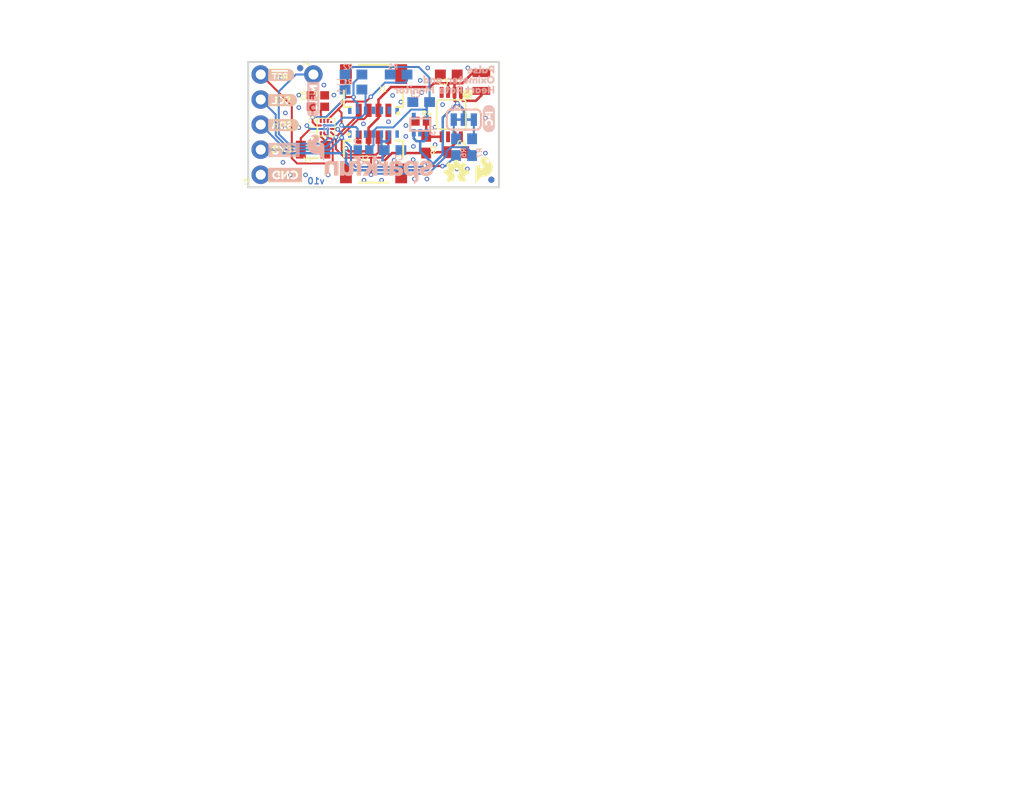
<source format=kicad_pcb>
(kicad_pcb (version 20211014) (generator pcbnew)
  (layers (0 "F.Cu" signal) (31 "B.Cu" signal) (34 "B.Paste" user) (35 "F.Paste" user) (36 "B.SilkS" user "B.Silkscreen") (37 "F.SilkS" user "F.Silkscreen") (38 "B.Mask" user) (39 "F.Mask" user) (44 "Edge.Cuts" user))
  (net 0 "")
  (net 1 "GND")
  (net 2 "N$2")
  (net 3 "5V")
  (net 4 "N$3")
  (net 5 "3.3V")
  (net 6 "1.8V")
  (net 7 "SNSR_SDA")
  (net 8 "SNSR_SCL")
  (net 9 "~{HR_INT}")
  (net 10 "N$6")
  (net 11 "N$7")
  (net 12 "HOST_SDA")
  (net 13 "HOST_SCL")
  (net 14 "~{RST}")
  (net 15 "~{MFIO}")
  (net 16 "N$1")
  (net 17 "N$4")
  (net 18 "N$5")
  (footprint "boardEagle:0603" (layer "F.Cu") (at 153.8351 107.0356 -90)
    (fp_text reference "R3" (at 0 -0.762 90) (layer "F.SilkS") (effects (font (size 0.512064 0.512064) (thickness 0.097536)) (justify right)))
    (fp_text value "750K")
    (pad "1" smd rect (at -0.85 0 270) (size 1.1 1) (layers "F.Cu" "F.Paste" "F.Mask") (net 2 "N$2"))
    (pad "2" smd rect (at 0.85 0 270) (size 1.1 1) (layers "F.Cu" "F.Paste" "F.Mask") (net 3 "5V"))
  )
  (footprint "boardEagle:GND-03" (layer "F.Cu") (at 137.396218 110.126782)
    (fp_text reference "U$5" hide)
    (fp_text value "" hide)
  )
  (footprint "boardEagle:0603" (layer "F.Cu") (at 156.1211 99.9236 180)
    (fp_text reference "C3" (at 0 -0.762) (layer "F.SilkS") (effects (font (size 0.512064 0.512064) (thickness 0.097536)) (justify right)))
    (fp_text value "10uF")
    (pad "1" smd rect (at -0.85 0 180) (size 1.1 1) (layers "F.Cu" "F.Paste" "F.Mask") (net 5 "3.3V"))
    (pad "2" smd rect (at 0.85 0 180) (size 1.1 1) (layers "F.Cu" "F.Paste" "F.Mask") (net 1 "GND"))
  )
  (footprint "boardEagle:16_PIN_WLP" (layer "F.Cu") (at 143.6751 105.2576 90)
    (fp_text reference "U2" (at -0.792 -1.218 90) (layer "F.SilkS") (effects (font (size 0.9264 0.9264) (thickness 0.0736)) (justify left)))
    (fp_text value "MAX32664GWEA")
    (pad "1" smd roundrect (at -0.532 -0.518 90) (size 0.22 0.22) (layers "F.Cu" "F.Paste") (roundrect_rratio 0.5) (net 10 "N$6"))
    (pad "2" smd roundrect (at -0.182 -0.518 90) (size 0.22 0.22) (layers "F.Cu" "F.Paste") (roundrect_rratio 0.5) (net 11 "N$7"))
    (pad "3" smd roundrect (at 0.168 -0.518 90) (size 0.22 0.22) (layers "F.Cu" "F.Paste") (roundrect_rratio 0.5) (net 6 "1.8V"))
    (pad "4" smd roundrect (at 0.518 -0.518 90) (size 0.22 0.22) (layers "F.Cu" "F.Paste") (roundrect_rratio 0.5) (net 16 "N$1"))
    (pad "5" smd roundrect (at 0.518 -0.168 90) (size 0.22 0.22) (layers "F.Cu" "F.Paste") (roundrect_rratio 0.5) (net 8 "SNSR_SCL"))
    (pad "6" smd roundrect (at 0.518 0.182 90) (size 0.22 0.22) (layers "F.Cu" "F.Paste") (roundrect_rratio 0.5) (net 9 "~{HR_INT}"))
    (pad "7" smd roundrect (at 0.518 0.532 90) (size 0.22 0.22) (layers "F.Cu" "F.Paste") (roundrect_rratio 0.5))
    (pad "8" smd roundrect (at 0.168 0.532 90) (size 0.22 0.22) (layers "F.Cu" "F.Paste") (roundrect_rratio 0.5))
    (pad "9" smd roundrect (at -0.182 0.532 90) (size 0.22 0.22) (layers "F.Cu" "F.Paste") (roundrect_rratio 0.5) (net 12 "HOST_SDA"))
    (pad "10" smd roundrect (at -0.532 0.532 90) (size 0.22 0.22) (layers "F.Cu" "F.Paste") (roundrect_rratio 0.5) (net 13 "HOST_SCL"))
    (pad "11" smd roundrect (at -0.532 0.182 90) (size 0.22 0.22) (layers "F.Cu" "F.Paste") (roundrect_rratio 0.5))
    (pad "12" smd roundrect (at -0.532 -0.168 90) (size 0.22 0.22) (layers "F.Cu" "F.Paste") (roundrect_rratio 0.5) (net 14 "~{RST}"))
    (pad "13" smd roundrect (at -0.182 -0.168 90) (size 0.22 0.22) (layers "F.Cu" "F.Paste") (roundrect_rratio 0.5) (net 1 "GND"))
    (pad "14" smd roundrect (at 0.168 -0.168 90) (size 0.22 0.22) (layers "F.Cu" "F.Paste") (roundrect_rratio 0.5) (net 7 "SNSR_SDA"))
    (pad "15" smd roundrect (at 0.168 0.182 90) (size 0.22 0.22) (layers "F.Cu" "F.Paste") (roundrect_rratio 0.5))
    (pad "16" smd roundrect (at -0.182 0.182 90) (size 0.22 0.22) (layers "F.Cu" "F.Paste") (roundrect_rratio 0.5) (net 15 "~{MFIO}"))
  )
  (footprint "boardEagle:CREATIVE_COMMONS" (layer "F.Cu") (at 131.4831 121.5136)
    (fp_text reference "FRAME1" hide)
    (fp_text value "FRAME-LETTER" hide)
  )
  (footprint "boardEagle:3V3-TEXT" (layer "F.Cu") (at 137.411459 107.513119)
    (fp_text reference "U$13" hide)
    (fp_text value "" hide)
  )
  (footprint "boardEagle:1X05_NO_SILK" (layer "F.Cu") (at 137.0711 110.0836 90)
    (fp_text reference "J3" (at -1.27 -1.397 90) (layer "F.SilkS") (effects (font (size 0.512064 0.512064) (thickness 0.097536)) (justify left)))
    (fp_text value "")
    (pad "1" thru_hole circle (at 0 0 180) (size 1.8796 1.8796) (drill 1.016) (layers *.Cu *.Mask) (net 1 "GND"))
    (pad "2" thru_hole circle (at 2.54 0 180) (size 1.8796 1.8796) (drill 1.016) (layers *.Cu *.Mask) (net 5 "3.3V"))
    (pad "3" thru_hole circle (at 5.08 0 180) (size 1.8796 1.8796) (drill 1.016) (layers *.Cu *.Mask) (net 12 "HOST_SDA"))
    (pad "4" thru_hole circle (at 7.62 0 180) (size 1.8796 1.8796) (drill 1.016) (layers *.Cu *.Mask) (net 13 "HOST_SCL"))
    (pad "5" thru_hole circle (at 10.16 0 180) (size 1.8796 1.8796) (drill 1.016) (layers *.Cu *.Mask) (net 14 "~{RST}"))
  )
  (footprint "boardEagle:OSHW-LOGO-MINI" (layer "F.Cu") (at 156.8831 109.8296)
    (fp_text reference "LOGO2" hide)
    (fp_text value "OSHW-LOGOMINI" hide)
  )
  (footprint "boardEagle:1X01_NO_SILK" (layer "F.Cu") (at 142.4051 99.9236)
    (fp_text reference "J4" (at -1.27 -1.143) (layer "F.SilkS") (effects (font (size 0.512064 0.512064) (thickness 0.097536)) (justify left)))
    (fp_text value "")
    (pad "1" thru_hole circle (at 0 0 90) (size 1.8796 1.8796) (drill 1.016) (layers *.Cu *.Mask) (net 15 "~{MFIO}"))
  )
  (footprint "boardEagle:JST04_1MM_RA" (layer "F.Cu") (at 148.5011 103.5558 180)
    (fp_text reference "J1" (at -1.397 2.159) (layer "F.SilkS") (effects (font (size 0.512064 0.512064) (thickness 0.097536)) (justify right)))
    (fp_text value "")
    (pad "1" smd rect (at -1.5 0 180) (size 0.6 1.35) (layers "F.Cu" "F.Paste" "F.Mask") (net 1 "GND"))
    (pad "2" smd rect (at -0.5 0 180) (size 0.6 1.35) (layers "F.Cu" "F.Paste" "F.Mask") (net 5 "3.3V"))
    (pad "3" smd rect (at 0.5 0 180) (size 0.6 1.35) (layers "F.Cu" "F.Paste" "F.Mask") (net 12 "HOST_SDA"))
    (pad "4" smd rect (at 1.5 0 180) (size 0.6 1.35) (layers "F.Cu" "F.Paste" "F.Mask") (net 13 "HOST_SCL"))
    (pad "NC1" smd rect (at 2.8 3.675 180) (size 1.2 2) (layers "F.Cu" "F.Paste" "F.Mask"))
    (pad "NC2" smd rect (at -2.8 3.675 180) (size 1.2 2) (layers "F.Cu" "F.Paste" "F.Mask"))
  )
  (footprint "boardEagle:ORDERING_INSTRUCTIONS" (layer "F.Cu") (at 110.9091 122.7836)
    (fp_text reference "LOGO4" hide)
    (fp_text value "SPECIAL_INSTRUCTIONS-ORDERING" hide)
  )
  (footprint "boardEagle:0402" (layer "F.Cu") (at 143.5481 102.616 90)
    (fp_text reference "C7" (at 0 -0.762 90) (layer "F.SilkS") (effects (font (size 0.512064 0.512064) (thickness 0.097536)) (justify left)))
    (fp_text value "1.0uF")
    (pad "1" smd rect (at -0.58 0 90) (size 0.85 0.9) (layers "F.Cu" "F.Paste" "F.Mask") (net 16 "N$1"))
    (pad "2" smd rect (at 0.58 0 90) (size 0.85 0.9) (layers "F.Cu" "F.Paste" "F.Mask") (net 1 "GND"))
  )
  (footprint "boardEagle:CRYSTAL-SMD-3.2X1.5MM" (layer "F.Cu") (at 142.3797 107.5436 180)
    (fp_text reference "Y1" (at 0 -1.043) (layer "F.SilkS") (effects (font (size 0.512064 0.512064) (thickness 0.097536)) (justify right)))
    (fp_text value "32.768kHz")
    (pad "P$1" smd rect (at -1.25 0 180) (size 1 1.8) (layers "F.Cu" "F.Paste" "F.Mask") (net 10 "N$6"))
    (pad "P$2" smd rect (at 1.25 0 180) (size 1 1.8) (layers "F.Cu" "F.Paste" "F.Mask") (net 11 "N$7"))
  )
  (footprint "boardEagle:FIDUCIAL-MICRO" (layer "F.Cu") (at 141.066521 99.270822)
    (fp_text reference "FD2" hide)
    (fp_text value "FIDUCIALUFIDUCIAL" hide)
    (pad "1" smd roundrect (at 0 0) (size 0.635 0.635) (layers "F.Cu" "F.Mask") (roundrect_rratio 0.5))
  )
  (footprint "boardEagle:SDA0" (layer "F.Cu") (at 137.485118 105.059482)
    (fp_text reference "U$20" hide)
    (fp_text value "" hide)
  )
  (footprint "boardEagle:0402" (layer "F.Cu") (at 142.181578 102.610919 90)
    (fp_text reference "C6" (at 0 -0.762 90) (layer "F.SilkS") (effects (font (size 0.512064 0.512064) (thickness 0.097536)) (justify left)))
    (fp_text value "1.0uF")
    (pad "1" smd rect (at -0.58 0 90) (size 0.85 0.9) (layers "F.Cu" "F.Paste" "F.Mask") (net 6 "1.8V"))
    (pad "2" smd rect (at 0.58 0 90) (size 0.85 0.9) (layers "F.Cu" "F.Paste" "F.Mask") (net 1 "GND"))
  )
  (footprint "boardEagle:JST04_1MM_RA" (layer "F.Cu") (at 148.5011 106.2736)
    (fp_text reference "J2" (at -1.397 2.159) (layer "F.SilkS") (effects (font (size 0.512064 0.512064) (thickness 0.097536)) (justify left)))
    (fp_text value "")
    (pad "1" smd rect (at -1.5 0) (size 0.6 1.35) (layers "F.Cu" "F.Paste" "F.Mask") (net 1 "GND"))
    (pad "2" smd rect (at -0.5 0) (size 0.6 1.35) (layers "F.Cu" "F.Paste" "F.Mask") (net 5 "3.3V"))
    (pad "3" smd rect (at 0.5 0) (size 0.6 1.35) (layers "F.Cu" "F.Paste" "F.Mask") (net 12 "HOST_SDA"))
    (pad "4" smd rect (at 1.5 0) (size 0.6 1.35) (layers "F.Cu" "F.Paste" "F.Mask") (net 13 "HOST_SCL"))
    (pad "NC1" smd rect (at 2.8 3.675) (size 1.2 2) (layers "F.Cu" "F.Paste" "F.Mask"))
    (pad "NC2" smd rect (at -2.8 3.675) (size 1.2 2) (layers "F.Cu" "F.Paste" "F.Mask"))
  )
  (footprint "boardEagle:#RST0" (layer "F.Cu") (at 137.358118 99.94646)
    (fp_text reference "U$6" hide)
    (fp_text value "" hide)
  )
  (footprint "boardEagle:MSOP8" (layer "F.Cu") (at 156.3751 103.9876 180)
    (fp_text reference "U$2" (at -2.54 1.27 90) (layer "F.SilkS") (effects (font (size 0.376489 0.376489) (thickness 0.029911)) (justify right)))
    (fp_text value "PAM2401")
    (pad "1" smd rect (at -0.975 2.25 180) (size 0.4 1.1) (layers "F.Cu" "F.Paste" "F.Mask") (net 4 "N$3"))
    (pad "2" smd rect (at -0.325 2.25 180) (size 0.4 1.1) (layers "F.Cu" "F.Paste" "F.Mask") (net 5 "3.3V"))
    (pad "3" smd rect (at 0.325 2.25 180) (size 0.4 1.1) (layers "F.Cu" "F.Paste" "F.Mask") (net 5 "3.3V"))
    (pad "4" smd rect (at 0.975 2.25 180) (size 0.4 1.1) (layers "F.Cu" "F.Paste" "F.Mask") (net 1 "GND"))
    (pad "5" smd rect (at 0.975 -2.25 180) (size 0.4 1.1) (layers "F.Cu" "F.Paste" "F.Mask") (net 2 "N$2"))
    (pad "6" smd rect (at 0.325 -2.25 180) (size 0.4 1.1) (layers "F.Cu" "F.Paste" "F.Mask"))
    (pad "7" smd rect (at -0.325 -2.25 180) (size 0.4 1.1) (layers "F.Cu" "F.Paste" "F.Mask") (net 3 "5V"))
    (pad "8" smd rect (at -0.975 -2.25 180) (size 0.4 1.1) (layers "F.Cu" "F.Paste" "F.Mask") (net 1 "GND"))
  )
  (footprint "boardEagle:0402" (layer "F.Cu") (at 153.332181 104.663241)
    (fp_text reference "R4" (at 0 -0.762) (layer "F.SilkS") (effects (font (size 0.512064 0.512064) (thickness 0.097536)) (justify left)))
    (fp_text value "100K")
    (pad "1" smd rect (at -0.58 0) (size 0.85 0.9) (layers "F.Cu" "F.Paste" "F.Mask") (net 1 "GND"))
    (pad "2" smd rect (at 0.58 0) (size 0.85 0.9) (layers "F.Cu" "F.Paste" "F.Mask") (net 2 "N$2"))
  )
  (footprint "boardEagle:FIDUCIAL-MICRO" (layer "F.Cu") (at 160.4391 110.5916)
    (fp_text reference "FD4" hide)
    (fp_text value "FIDUCIALUFIDUCIAL" hide)
    (pad "1" smd roundrect (at 0 0) (size 0.635 0.635) (layers "F.Cu" "F.Mask") (roundrect_rratio 0.5))
  )
  (footprint "boardEagle:0805" (layer "F.Cu") (at 156.8831 107.7976)
    (fp_text reference "C4" (at 0 -0.889) (layer "F.SilkS") (effects (font (size 0.512064 0.512064) (thickness 0.097536)) (justify left)))
    (fp_text value "22uF")
    (pad "1" smd rect (at -0.9 0) (size 0.8 1.2) (layers "F.Cu" "F.Paste" "F.Mask") (net 3 "5V"))
    (pad "2" smd rect (at 0.9 0) (size 0.8 1.2) (layers "F.Cu" "F.Paste" "F.Mask") (net 1 "GND"))
  )
  (footprint "boardEagle:SFE_LOGO_FLAME_.1" (layer "F.Cu") (at 159.6771 109.5756)
    (fp_text reference "LOGO1" hide)
    (fp_text value "SFE_LOGO_FLAME.1_INCH" hide)
  )
  (footprint "boardEagle:0806" (layer "F.Cu") (at 159.4231 100.6856 -90)
    (fp_text reference "L1" (at -1.27 -1.27 90) (layer "F.SilkS") (effects (font (size 0.352958 0.352958) (thickness 0.028042)) (justify right)))
    (fp_text value "2.2μH")
    (pad "1" smd rect (at -0.9 0) (size 1.8 0.8) (layers "F.Cu" "F.Paste" "F.Mask") (net 5 "3.3V"))
    (pad "2" smd rect (at 0.9 0) (size 1.8 0.8) (layers "F.Cu" "F.Paste" "F.Mask") (net 4 "N$3"))
  )
  (footprint "boardEagle:SCL0" (layer "F.Cu") (at 137.48004 102.522019)
    (fp_text reference "U$4" hide)
    (fp_text value "" hide)
  )
  (footprint "boardEagle:0603" (layer "B.Cu") (at 146.4691 101.4476 180)
    (fp_text reference "R1" (at 0 0.762) (layer "B.SilkS") (effects (font (size 0.512064 0.512064) (thickness 0.097536)) (justify left mirror)))
    (fp_text value "4.7k")
    (pad "1" smd rect (at -0.85 0 180) (size 1.1 1) (layers "B.Cu" "B.Paste" "B.Mask") (net 7 "SNSR_SDA"))
    (pad "2" smd rect (at 0.85 0 180) (size 1.1 1) (layers "B.Cu" "B.Paste" "B.Mask") (net 6 "1.8V"))
  )
  (footprint "boardEagle:3V3-03" (layer "B.Cu") (at 141.472918 107.569 180)
    (fp_text reference "U$12" hide)
    (fp_text value "" hide)
  )
  (footprint "boardEagle:OXIMETER0" (layer "B.Cu") (at 161.4551 100.4316 180)
    (fp_text reference "U$14" hide)
    (fp_text value "" hide)
  )
  (footprint "boardEagle:PULSE0" (layer "B.Cu") (at 161.4551 99.4156 180)
    (fp_text reference "U$17" hide)
    (fp_text value "" hide)
  )
  (footprint "boardEagle:MONITOR0" (layer "B.Cu") (at 155.3591 101.4476 180)
    (fp_text reference "U$16" hide)
    (fp_text value "" hide)
  )
  (footprint "boardEagle:0603" (layer "B.Cu") (at 150.423881 107.59186)
    (fp_text reference "C1" (at 0 0.762) (layer "B.SilkS") (effects (font (size 0.512064 0.512064) (thickness 0.097536)) (justify right mirror)))
    (fp_text value "10uF")
    (pad "1" smd rect (at -0.85 0) (size 1.1 1) (layers "B.Cu" "B.Paste" "B.Mask") (net 3 "5V"))
    (pad "2" smd rect (at 0.85 0) (size 1.1 1) (layers "B.Cu" "B.Paste" "B.Mask") (net 1 "GND"))
  )
  (footprint "boardEagle:SDA0" (layer "B.Cu") (at 140.977618 105.0417 180)
    (fp_text reference "U$10" hide)
    (fp_text value "" hide)
  )
  (footprint "boardEagle:0603" (layer "B.Cu") (at 158.4833 107.2896 90)
    (fp_text reference "R7" (at 0 0.762 90) (layer "B.SilkS") (effects (font (size 0.512064 0.512064) (thickness 0.097536)) (justify left mirror)))
    (fp_text value "4.7k")
    (pad "1" smd rect (at -0.85 0 90) (size 1.1 1) (layers "B.Cu" "B.Paste" "B.Mask") (net 13 "HOST_SCL"))
    (pad "2" smd rect (at 0.85 0 90) (size 1.1 1) (layers "B.Cu" "B.Paste" "B.Mask") (net 18 "N$5"))
  )
  (footprint "boardEagle:HEART_RATE0" (layer "B.Cu") (at 161.4551 101.4476 180)
    (fp_text reference "U$15" hide)
    (fp_text value "" hide)
  )
  (footprint "boardEagle:#RST0" (layer "B.Cu") (at 140.622018 99.97186 180)
    (fp_text reference "U$8" hide)
    (fp_text value "" hide)
  )
  (footprint "boardEagle:14_PIN_OESIP" (layer "B.Cu") (at 148.5011 104.7496 -90)
    (fp_text reference "U1" (at -2.63754 3.20981 -270) (layer "B.SilkS") (effects (font (size 0.9264 0.9264) (thickness 0.0736)) (justify right mirror)))
    (fp_text value "MAX30101EFD")
    (pad "P1" smd rect (at -1.19254 2.408809 270) (size 0.75 0.35) (layers "B.Cu" "B.Paste" "B.Mask"))
    (pad "P2" smd rect (at -1.19254 1.608809 270) (size 0.75 0.35) (layers "B.Cu" "B.Paste" "B.Mask") (net 8 "SNSR_SCL"))
    (pad "P3" smd rect (at -1.19254 0.808809 270) (size 0.75 0.35) (layers "B.Cu" "B.Paste" "B.Mask") (net 7 "SNSR_SDA"))
    (pad "P4" smd rect (at -1.19254 0.008809 270) (size 0.75 0.35) (layers "B.Cu" "B.Paste" "B.Mask") (net 1 "GND"))
    (pad "P5" smd rect (at -1.19254 -0.79119 270) (size 0.75 0.35) (layers "B.Cu" "B.Paste" "B.Mask"))
    (pad "P6" smd rect (at -1.19254 -1.59119 270) (size 0.75 0.35) (layers "B.Cu" "B.Paste" "B.Mask"))
    (pad "P7" smd rect (at -1.19254 -2.39119 270) (size 0.75 0.35) (layers "B.Cu" "B.Paste" "B.Mask"))
    (pad "P8" smd rect (at 1.207459 -2.39119 270) (size 0.75 0.35) (layers "B.Cu" "B.Paste" "B.Mask"))
    (pad "P9" smd rect (at 1.207459 -1.59119 270) (size 0.75 0.35) (layers "B.Cu" "B.Paste" "B.Mask") (net 3 "5V"))
    (pad "P10" smd rect (at 1.207459 -0.79119 270) (size 0.75 0.35) (layers "B.Cu" "B.Paste" "B.Mask") (net 3 "5V"))
    (pad "P11" smd rect (at 1.207459 0.008809 270) (size 0.75 0.35) (layers "B.Cu" "B.Paste" "B.Mask") (net 6 "1.8V"))
    (pad "P12" smd rect (at 1.207459 0.808809 270) (size 0.75 0.35) (layers "B.Cu" "B.Paste" "B.Mask") (net 1 "GND"))
    (pad "P13" smd rect (at 1.207459 1.608809 270) (size 0.75 0.35) (layers "B.Cu" "B.Paste" "B.Mask") (net 9 "~{HR_INT}"))
    (pad "P14" smd rect (at 1.207459 2.408809 270) (size 0.75 0.35) (layers "B.Cu" "B.Paste" "B.Mask"))
  )
  (footprint "boardEagle:GND-03" (layer "B.Cu") (at 137.4267 110.101382)
    (fp_text reference "U$11" hide)
    (fp_text value "" hide)
  )
  (footprint "boardEagle:SFE_LOGO_FLAME_.1" (layer "B.Cu") (at 142.6591 107.2896 180)
    (fp_text reference "U$19" hide)
    (fp_text value "" hide)
  )
  (footprint "boardEagle:0402" (layer "B.Cu") (at 147.4851 107.5436 180)
    (fp_text reference "C2" (at 0 0.762) (layer "B.SilkS") (effects (font (size 0.512064 0.512064) (thickness 0.097536)) (justify left mirror)))
    (fp_text value "0.1uF")
    (pad "1" smd rect (at -0.58 0 180) (size 0.85 0.9) (layers "B.Cu" "B.Paste" "B.Mask") (net 6 "1.8V"))
    (pad "2" smd rect (at 0.58 0 180) (size 0.85 0.9) (layers "B.Cu" "B.Paste" "B.Mask") (net 1 "GND"))
  )
  (footprint "boardEagle:FIDUCIAL-MICRO" (layer "B.Cu") (at 160.4391 110.5916 180)
    (fp_text reference "FD3" hide)
    (fp_text value "FIDUCIALUFIDUCIAL" hide)
    (pad "1" smd roundrect (at 0 0 180) (size 0.635 0.635) (layers "B.Cu" "B.Mask") (roundrect_rratio 0.5))
  )
  (footprint "boardEagle:SC70" (layer "B.Cu") (at 153.2255 105.0036 180)
    (fp_text reference "U3" (at -1.27 0 270) (layer "B.SilkS") (effects (font (size 0.512064 0.512064) (thickness 0.097536)) (justify left mirror)))
    (fp_text value "1.8V/100mA")
    (pad "1" smd rect (at -0.65 -0.825 180) (size 0.4 0.75) (layers "B.Cu" "B.Mask") (net 5 "3.3V"))
    (pad "2" smd rect (at 0 -0.825 180) (size 0.4 0.75) (layers "B.Cu" "B.Mask") (net 1 "GND"))
    (pad "3" smd rect (at 0.65 -0.825 180) (size 0.4 0.75) (layers "B.Cu" "B.Mask") (net 5 "3.3V"))
    (pad "4" smd rect (at 0.65 0.825 180) (size 0.4 0.75) (layers "B.Cu" "B.Mask"))
    (pad "5" smd rect (at -0.65 0.825 180) (size 0.4 0.75) (layers "B.Cu" "B.Mask") (net 6 "1.8V"))
  )
  (footprint "boardEagle:I_SUPER2_C-()-03" (layer "B.Cu") (at 160.1851 102.9716 -90)
    (fp_text reference "U$1" hide)
    (fp_text value "" hide)
  )
  (footprint "boardEagle:0603" (layer "B.Cu") (at 151.0411 99.9236 180)
    (fp_text reference "R5" (at 0 0.762) (layer "B.SilkS") (effects (font (size 0.512064 0.512064) (thickness 0.097536)) (justify left mirror)))
    (fp_text value "4.7k")
    (pad "1" smd rect (at -0.85 0 180) (size 1.1 1) (layers "B.Cu" "B.Paste" "B.Mask") (net 9 "~{HR_INT}"))
    (pad "2" smd rect (at 0.85 0 180) (size 1.1 1) (layers "B.Cu" "B.Paste" "B.Mask") (net 6 "1.8V"))
  )
  (footprint "boardEagle:0603" (layer "B.Cu") (at 153.3271 102.7176 180)
    (fp_text reference "C5" (at 0 0.762) (layer "B.SilkS") (effects (font (size 0.512064 0.512064) (thickness 0.097536)) (justify left mirror)))
    (fp_text value "1.0uF")
    (pad "1" smd rect (at -0.85 0 180) (size 1.1 1) (layers "B.Cu" "B.Paste" "B.Mask") (net 6 "1.8V"))
    (pad "2" smd rect (at 0.85 0 180) (size 1.1 1) (layers "B.Cu" "B.Paste" "B.Mask") (net 1 "GND"))
  )
  (footprint "boardEagle:GND-03" (layer "B.Cu") (at 141.678659 110.103919 180)
    (fp_text reference "U$3" hide)
    (fp_text value "" hide)
  )
  (footprint "boardEagle:AND0" (layer "B.Cu") (at 156.1211 100.4316 180)
    (fp_text reference "U$18" hide)
    (fp_text value "" hide)
  )
  (footprint "boardEagle:0603" (layer "B.Cu") (at 156.8577 107.2896 90)
    (fp_text reference "R6" (at 0 0.762 90) (layer "B.SilkS") (effects (font (size 0.512064 0.512064) (thickness 0.097536)) (justify left mirror)))
    (fp_text value "4.7k")
    (pad "1" smd rect (at -0.85 0 90) (size 1.1 1) (layers "B.Cu" "B.Paste" "B.Mask") (net 12 "HOST_SDA"))
    (pad "2" smd rect (at 0.85 0 90) (size 1.1 1) (layers "B.Cu" "B.Paste" "B.Mask") (net 17 "N$4"))
  )
  (footprint "boardEagle:SMT-JUMPER_3_2-NC_TRACE_SILK" (layer "B.Cu") (at 157.6451 104.4956 180)
    (fp_text reference "JP1" (at 0 1.143) (layer "B.SilkS") (effects (font (size 0.512064 0.512064) (thickness 0.097536)) (justify left mirror)))
    (fp_text value "JUMPER-SMT_3_2-NC_TRACE_SILK")
    (fp_poly (pts (xy -0.7112 -0.127) (xy -0.3048 -0.127) (xy -0.3048 0.127) (xy -0.7112 0.127)) (layer "B.Cu") (width 0) (fill solid))
    (fp_poly (pts (xy 0.3048 -0.127) (xy 0.7112 -0.127) (xy 0.7112 0.127) (xy 0.3048 0.127)) (layer "B.Cu") (width 0) (fill solid))
    (pad "1" smd rect (at -1.016 0 180) (size 0.635 1.27) (layers "B.Cu" "B.Mask") (net 18 "N$5"))
    (pad "2" smd rect (at 0 0 180) (size 0.635 1.27) (layers "B.Cu" "B.Mask") (net 5 "3.3V"))
    (pad "3" smd rect (at 1.016 0 180) (size 0.635 1.27) (layers "B.Cu" "B.Mask") (net 17 "N$4"))
  )
  (footprint "boardEagle:SFE_LOGO_NAME_.1" (layer "B.Cu") (at 149.0091 109.5756 180)
    (fp_text reference "LOGO3" hide)
    (fp_text value "SFE_LOGO_NAME.1_INCH" hide)
  )
  (footprint "boardEagle:MFIO0" (layer "B.Cu") (at 142.389859 100.27666 -90)
    (fp_text reference "U$7" hide)
    (fp_text value "" hide)
  )
  (footprint "boardEagle:FIDUCIAL-MICRO" (layer "B.Cu") (at 141.063978 99.270822 180)
    (fp_text reference "FD1" hide)
    (fp_text value "FIDUCIALUFIDUCIAL" hide)
    (pad "1" smd roundrect (at 0 0 180) (size 0.635 0.635) (layers "B.Cu" "B.Mask") (roundrect_rratio 0.5))
  )
  (footprint "boardEagle:SCL0" (layer "B.Cu") (at 140.802359 102.522019 180)
    (fp_text reference "U$9" hide)
    (fp_text value "" hide)
  )
  (footprint "boardEagle:0603" (layer "B.Cu") (at 146.4691 99.9236 180)
    (fp_text reference "R2" (at 0 0.762) (layer "B.SilkS") (effects (font (size 0.512064 0.512064) (thickness 0.097536)) (justify left mirror)))
    (fp_text value "4.7k")
    (pad "1" smd rect (at -0.85 0 180) (size 1.1 1) (layers "B.Cu" "B.Paste" "B.Mask") (net 8 "SNSR_SCL"))
    (pad "2" smd rect (at 0.85 0 180) (size 1.1 1) (layers "B.Cu" "B.Paste" "B.Mask") (net 6 "1.8V"))
  )
  (gr_line (start 135.8011 98.6536) (end 161.2011 98.6536) (layer "Edge.Cuts") (width 0.2032))
  (gr_line (start 161.2011 111.3536) (end 135.8011 111.3536) (layer "Edge.Cuts") (width 0.2032))
  (gr_line (start 135.8011 111.3536) (end 135.8011 98.6536) (layer "Edge.Cuts") (width 0.2032))
  (gr_line (start 161.2011 98.6536) (end 161.2011 111.3536) (layer "Edge.Cuts") (width 0.2032))
  (gr_text "v10" (at 143.609059 111.094519) (layer "B.Cu") (effects (font (size 0.6477 0.6477) (thickness 0.1143)) (justify left bottom mirror)))
  (segment (start 143.507462 105.439963) (end 143.507462 105.443019) (width 0.2032) (layer "F.Cu") (net 1))
  (segment (start 143.5071 105.4396) (end 143.507462 105.439963) (width 0.2032) (layer "F.Cu") (net 1))
  (via (at 150.5839 108.6104) (size 0.4572) (drill 0.254) (layers "F.Cu" "B.Cu") (net 1))
  (via (at 139.567921 103.8225) (size 0.4572) (drill 0.254) (layers "F.Cu" "B.Cu") (net 1))
  (via (at 153.228043 100.525582) (size 0.4572) (drill 0.254) (layers "F.Cu" "B.Cu") (net 1))
  (via (at 139.550143 105.402379) (size 0.4572) (drill 0.254) (layers "F.Cu" "B.Cu") (net 1))
  (via (at 140.9319 103.2764) (size 0.4572) (drill 0.254) (layers "F.Cu" "B.Cu") (net 1))
  (via (at 144.4879 102.0064) (size 0.4572) (drill 0.254) (layers "F.Cu" "B.Cu") (net 1))
  (via (at 158.054043 99.255582) (size 0.4572) (drill 0.254) (layers "F.Cu" "B.Cu") (net 1))
  (via (at 152.537162 107.21086) (size 0.4572) (drill 0.254) (layers "F.Cu" "B.Cu") (net 1))
  (via (at 143.4719 100.9904) (size 0.4572) (drill 0.254) (layers "F.Cu" "B.Cu") (net 1))
  (via (at 158.003243 109.49686) (size 0.4572) (drill 0.254) (layers "F.Cu" "B.Cu") (net 1))
  (via (at 147.47494 104.92486) (size 0.4572) (drill 0.254) (layers "F.Cu" "B.Cu") (net 1))
  (via (at 151.780243 105.097582) (size 0.4572) (drill 0.254) (layers "F.Cu" "B.Cu") (net 1))
  (via (at 143.898621 110.101382) (size 0.4572) (drill 0.254) (layers "F.Cu" "B.Cu") (net 1))
  (via (at 143.507462 105.443019) (size 0.3048) (drill 0.1016) (layers "F.Cu" "B.Cu") (net 1))
  (via (at 151.279862 102.709982) (size 0.4572) (drill 0.254) (layers "F.Cu" "B.Cu") (net 1))
  (via (at 151.775162 106.19486) (size 0.4572) (drill 0.254) (layers "F.Cu" "B.Cu") (net 1))
  (via (at 159.832043 107.891582) (size 0.4572) (drill 0.254) (layers "F.Cu" "B.Cu") (net 1))
  (via (at 139.1539 100.2284) (size 0.4572) (drill 0.254) (layers "F.Cu" "B.Cu") (net 1))
  (via (at 153.3779 101.7524) (size 0.4572) (drill 0.254) (layers "F.Cu" "B.Cu") (net 1))
  (via (at 153.990043 99.255582) (size 0.4572) (drill 0.254) (layers "F.Cu" "B.Cu") (net 1))
  (via (at 156.956765 109.49686) (size 0.4572) (drill 0.254) (layers "F.Cu" "B.Cu") (net 1))
  (via (at 147.2565 108.8136) (size 0.4572) (drill 0.254) (layers "F.Cu" "B.Cu") (net 1))
  (via (at 140.088621 110.101382) (size 0.4572) (drill 0.254) (layers "F.Cu" "B.Cu") (net 1))
  (via (at 139.326621 108.831382) (size 0.4572) (drill 0.254) (layers "F.Cu" "B.Cu") (net 1))
  (via (at 141.7447 105.1052) (size 0.4572) (drill 0.254) (layers "F.Cu" "B.Cu") (net 1))
  (via (at 150.434043 102.049582) (size 0.4572) (drill 0.254) (layers "F.Cu" "B.Cu") (net 1))
  (via (at 152.5143 108.5596) (size 0.4572) (drill 0.254) (layers "F.Cu" "B.Cu") (net 1))
  (via (at 154.734262 105.265219) (size 0.4572) (drill 0.254) (layers "F.Cu" "B.Cu") (net 1))
  (via (at 159.832043 104.335582) (size 0.4572) (drill 0.254) (layers "F.Cu" "B.Cu") (net 1))
  (via (at 155.496262 102.979219) (size 0.4572) (drill 0.254) (layers "F.Cu" "B.Cu") (net 1))
  (via (at 147.5359 110.6424) (size 0.4572) (drill 0.254) (layers "F.Cu" "B.Cu") (net 1))
  (via (at 152.638765 110.51286) (size 0.4572) (drill 0.254) (layers "F.Cu" "B.Cu") (net 1))
  (via (at 154.734262 107.043219) (size 0.4572) (drill 0.254) (layers "F.Cu" "B.Cu") (net 1))
  (via (at 148.7805 108.8136) (size 0.4572) (drill 0.254) (layers "F.Cu" "B.Cu") (net 1))
  (via (at 149.3139 110.6424) (size 0.4572) (drill 0.254) (layers "F.Cu" "B.Cu") (net 1))
  (via (at 141.612621 110.101382) (size 0.4572) (drill 0.254) (layers "F.Cu" "B.Cu") (net 1))
  (via (at 140.9319 105.3084) (size 0.4572) (drill 0.254) (layers "F.Cu" "B.Cu") (net 1))
  (via (at 140.9319 102.0064) (size 0.4572) (drill 0.254) (layers "F.Cu" "B.Cu") (net 1))
  (via (at 153.908765 110.51286) (size 0.4572) (drill 0.254) (layers "F.Cu" "B.Cu") (net 1))
  (via (at 150.012403 104.7115) (size 0.4572) (drill 0.254) (layers "F.Cu" "B.Cu") (net 1))
  (segment (start 142.082518 105.443019) (end 141.7447 105.1052) (width 0.2032) (layer "B.Cu") (net 1))
  (segment (start 143.507462 105.443019) (end 142.082518 105.443019) (width 0.2032) (layer "B.Cu") (net 1))
  (segment (start 155.4001 106.2376) (end 153.8871 106.2376) (width 0.254) (layer "F.Cu") (net 2))
  (segment (start 153.8351 104.740322) (end 153.912181 104.663241) (width 0.254) (layer "F.Cu") (net 2))
  (segment (start 153.8351 106.1856) (end 153.8351 104.740322) (width 0.254) (layer "F.Cu") (net 2))
  (segment (start 153.8871 106.2376) (end 153.8351 106.1856) (width 0.254) (layer "F.Cu") (net 2))
  (segment (start 153.8351 107.8856) (end 150.3689 107.8856) (width 0.254) (layer "F.Cu") (net 3))
  (segment (start 155.8671 107.7976) (end 156.7001 106.9646) (width 0.254) (layer "F.Cu") (net 3))
  (segment (start 153.8351 107.8856) (end 153.9231 107.7976) (width 0.254) (layer "F.Cu") (net 3))
  (segment (start 155.8671 107.7976) (end 155.9831 107.7976) (width 0.254) (layer "F.Cu") (net 3))
  (segment (start 150.3689 107.8856) (end 149.4155 108.839) (width 0.254) (layer "F.Cu") (net 3))
  (segment (start 156.7001 106.9646) (end 156.7001 106.2376) (width 0.254) (layer "F.Cu") (net 3))
  (segment (start 153.9231 107.7976) (end 155.8671 107.7976) (width 0.254) (layer "F.Cu") (net 3))
  (via (at 149.4155 108.839) (size 0.4572) (drill 0.254) (layers "F.Cu" "B.Cu") (net 3))
  (segment (start 149.29229 107.433991) (end 149.4155 107.5572) (width 0.254) (layer "B.Cu") (net 3))
  (segment (start 149.4155 107.750241) (end 149.4155 107.5572) (width 0.254) (layer "B.Cu") (net 3))
  (segment (start 150.09229 105.95706) (end 150.09229 106.48581) (width 0.254) (layer "B.Cu") (net 3))
  (segment (start 149.4155 108.839) (end 149.4155 107.750241) (width 0.254) (layer "B.Cu") (net 3))
  (segment (start 150.09229 106.48581) (end 149.8727 106.7054) (width 0.254) (layer "B.Cu") (net 3))
  (segment (start 149.8727 106.7054) (end 149.29229 106.7054) (width 0.254) (layer "B.Cu") (net 3))
  (segment (start 149.4155 107.750241) (end 149.573881 107.59186) (width 0.254) (layer "B.Cu") (net 3))
  (segment (start 149.29229 105.95706) (end 149.29229 106.7054) (width 0.254) (layer "B.Cu") (net 3))
  (segment (start 149.29229 106.7054) (end 149.29229 107.433991) (width 0.254) (layer "B.Cu") (net 3))
  (segment (start 158.869781 102.5885) (end 157.558378 102.5885) (width 0.254) (layer "F.Cu") (net 4))
  (segment (start 157.558378 102.5885) (end 157.3501 102.380222) (width 0.254) (layer "F.Cu") (net 4))
  (segment (start 159.4231 102.035182) (end 159.4231 101.5856) (width 0.254) (layer "F.Cu") (net 4))
  (segment (start 159.4231 102.035182) (end 158.869781 102.5885) (width 0.254) (layer "F.Cu") (net 4))
  (segment (start 157.3501 101.7376) (end 157.3501 102.380222) (width 0.254) (layer "F.Cu") (net 4))
  (segment (start 154.6225 100.8126) (end 156.0449 100.8126) (width 0.254) (layer "F.Cu") (net 5))
  (segment (start 156.7001 101.7376) (end 156.7001 100.8126) (width 0.254) (layer "F.Cu") (net 5))
  (segment (start 156.7001 100.1946) (end 156.9711 99.9236) (width 0.254) (layer "F.Cu") (net 5))
  (segment (start 158.52394 99.7856) (end 157.49694 100.8126) (width 0.254) (layer "F.Cu") (net 5))
  (segment (start 148.0011 106.2736) (end 148.0011 107.5102) (width 0.254) (layer "F.Cu") (net 5))
  (segment (start 149.0011 102.4716) (end 150.2791 101.1936) (width 0.254) (layer "F.Cu") (net 5))
  (segment (start 146.019518 107.716319) (end 145.717259 107.41406) (width 0.254) (layer "F.Cu") (net 5))
  (segment (start 154.2415 101.1936) (end 154.6225 100.8126) (width 0.254) (layer "F.Cu") (net 5))
  (segment (start 156.0501 100.8178) (end 156.0449 100.8126) (width 0.254) (layer "F.Cu") (net 5))
  (segment (start 156.7001 100.8126) (end 156.7001 100.1946) (width 0.254) (layer "F.Cu") (net 5))
  (segment (start 149.0011 103.5558) (end 149.0011 102.4716) (width 0.254) (layer "F.Cu") (net 5))
  (segment (start 156.0449 100.8126) (end 156.7001 100.8126) (width 0.254) (layer "F.Cu") (net 5))
  (segment (start 156.0501 101.7376) (end 156.0501 100.8178) (width 0.254) (layer "F.Cu") (net 5))
  (segment (start 149.0011 104.3258) (end 147.9931 105.3338) (width 0.254) (layer "F.Cu") (net 5))
  (segment (start 147.9931 106.2656) (end 148.0011 106.2736) (width 0.254) (layer "F.Cu") (net 5))
  (segment (start 156.7001 101.7376) (end 156.7001 102.554919) (width 0.254) (layer "F.Cu") (net 5))
  (segment (start 150.2791 101.1936) (end 154.2415 101.1936) (width 0.254) (layer "F.Cu") (net 5))
  (segment (start 157.49694 100.8126) (end 156.7001 100.8126) (width 0.254) (layer "F.Cu") (net 5))
  (segment (start 147.9931 105.3338) (end 147.9931 106.2656) (width 0.254) (layer "F.Cu") (net 5))
  (segment (start 149.0011 103.5558) (end 149.0011 104.3258) (width 0.254) (layer "F.Cu") (net 5))
  (segment (start 148.0011 107.5102) (end 147.794981 107.716319) (width 0.254) (layer "F.Cu") (net 5))
  (segment (start 147.794981 107.716319) (end 146.019518 107.716319) (width 0.254) (layer "F.Cu") (net 5))
  (segment (start 156.7001 102.554919) (end 156.982159 102.836979) (width 0.254) (layer "F.Cu") (net 5))
  (segment (start 159.4231 99.7856) (end 158.52394 99.7856) (width 0.254) (layer "F.Cu") (net 5))
  (via (at 156.982159 102.836979) (size 0.4572) (drill 0.254) (layers "F.Cu" "B.Cu") (net 5))
  (via (at 145.717259 107.41406) (size 0.4572) (drill 0.254) (layers "F.Cu" "B.Cu") (net 5))
  (segment (start 157.6451 103.499919) (end 157.6451 104.4956) (width 0.254) (layer "B.Cu") (net 5))
  (segment (start 155.5115 108.0262) (end 155.5115 104.2924) (width 0.254) (layer "B.Cu") (net 5))
  (segment (start 153.601415 106.687622) (end 153.8755 106.413538) (width 0.254) (layer "B.Cu") (net 5))
  (segment (start 153.2255 106.687622) (end 153.2255 107.696) (width 0.254) (layer "B.Cu") (net 5))
  (segment (start 152.5755 105.8286) (end 152.5755 106.413544) (width 0.254) (layer "B.Cu") (net 5))
  (segment (start 139.037059 107.5436) (end 139.390118 107.89666) (width 0.254) (layer "B.Cu") (net 5))
  (segment (start 145.7071 108.8136) (end 145.7071 107.942382) (width 0.254) (layer "B.Cu") (net 5))
  (segment (start 155.5115 104.2924) (end 156.966921 102.836979) (width 0.254) (layer "B.Cu") (net 5))
  (segment (start 153.8755 106.413538) (end 153.8755 105.8286) (width 0.254) (layer "B.Cu") (net 5))
  (segment (start 153.2255 106.687622) (end 153.601415 106.687622) (width 0.254) (layer "B.Cu") (net 5))
  (segment (start 139.390118 107.89666) (end 145.234659 107.89666) (width 0.254) (layer "B.Cu") (net 5))
  (segment (start 154.5336 109.0041) (end 155.5115 108.0262) (width 0.254) (layer "B.Cu") (net 5))
  (segment (start 152.5755 106.413544) (end 152.849578 106.687622) (width 0.254) (layer "B.Cu") (net 5))
  (segment (start 152.849578 106.687622) (end 153.2255 106.687622) (width 0.254) (layer "B.Cu") (net 5))
  (segment (start 156.982159 102.836979) (end 157.6451 103.499919) (width 0.254) (layer "B.Cu") (net 5))
  (segment (start 146.5199 109.6264) (end 153.9113 109.6264) (width 0.254) (layer "B.Cu") (net 5))
  (segment (start 146.5199 109.6264) (end 145.7071 108.8136) (width 0.254) (layer "B.Cu") (net 5))
  (segment (start 145.448018 107.6833) (end 145.717259 107.41406) (width 0.254) (layer "B.Cu") (net 5))
  (segment (start 153.9113 109.6264) (end 154.5336 109.0041) (width 0.254) (layer "B.Cu") (net 5))
  (segment (start 145.7071 107.942382) (end 145.448018 107.6833) (width 0.254) (layer "B.Cu") (net 5))
  (segment (start 137.0711 107.5436) (end 139.037059 107.5436) (width 0.254) (layer "B.Cu") (net 5))
  (segment (start 156.966921 102.836979) (end 156.982159 102.836979) (width 0.254) (layer "B.Cu") (net 5))
  (segment (start 145.234659 107.89666) (end 145.448018 107.6833) (width 0.254) (layer "B.Cu") (net 5))
  (segment (start 153.2255 107.696) (end 154.5336 109.0041) (width 0.254) (layer "B.Cu") (net 5))
  (segment (start 142.3289 104.2416) (end 142.3289 104.7496) (width 0.2032) (layer "F.Cu") (net 6))
  (segment (start 142.3289 103.338241) (end 142.3289 104.2416) (width 0.2032) (layer "F.Cu") (net 6))
  (segment (start 142.6689 105.0896) (end 142.3289 104.7496) (width 0.2032) (layer "F.Cu") (net 6))
  (segment (start 142.181578 103.190919) (end 142.3289 103.338241) (width 0.2032) (layer "F.Cu") (net 6))
  (segment (start 143.1571 105.0896) (end 142.6689 105.0896) (width 0.2032) (layer "F.Cu") (net 6))
  (via (at 142.3289 104.2416) (size 0.4572) (drill 0.254) (layers "F.Cu" "B.Cu") (net 6))
  (segment (start 154.1771 100.2656) (end 154.1771 102.7176) (width 0.2032) (layer "B.Cu") (net 6))
  (segment (start 150.505159 105.285541) (end 152.3111 103.4796) (width 0.2032) (layer "B.Cu") (net 6))
  (segment (start 153.8755 103.4796) (end 152.3111 103.4796) (width 0.2032) (layer "B.Cu") (net 6))
  (segment (start 148.49229 105.644638) (end 148.851387 105.285541) (width 0.2032) (layer "B.Cu") (net 6))
  (segment (start 148.49229 105.95706) (end 148.49229 107.11641) (width 0.2032) (layer "B.Cu") (net 6))
  (segment (start 148.851387 105.285541) (end 150.505159 105.285541) (width 0.2032) (layer "B.Cu") (net 6))
  (segment (start 145.6191 101.4476) (end 145.6191 102.313741) (width 0.2032) (layer "B.Cu") (net 6))
  (segment (start 150.2791 99.8356) (end 150.2791 99.1616) (width 0.2032) (layer "B.Cu") (net 6))
  (segment (start 153.8755 103.0192) (end 154.1771 102.7176) (width 0.254) (layer "B.Cu") (net 6))
  (segment (start 143.69124 104.2416) (end 142.3289 104.2416) (width 0.2032) (layer "B.Cu") (net 6))
  (segment (start 153.8755 104.1786) (end 153.8755 103.4796) (width 0.254) (layer "B.Cu") (net 6))
  (segment (start 150.2791 99.1616) (end 153.0731 99.1616) (width 0.2032) (layer "B.Cu") (net 6))
  (segment (start 153.8755 103.4796) (end 153.8755 103.0192) (width 0.254) (layer "B.Cu") (net 6))
  (segment (start 153.0731 99.1616) (end 154.1771 100.2656) (width 0.2032) (layer "B.Cu") (net 6))
  (segment (start 150.1911 99.9236) (end 150.2791 99.8356) (width 0.2032) (layer "B.Cu") (net 6))
  (segment (start 146.3811 99.1616) (end 150.2791 99.1616) (width 0.2032) (layer "B.Cu") (net 6))
  (segment (start 145.6191 102.313741) (end 143.69124 104.2416) (width 0.2032) (layer "B.Cu") (net 6))
  (segment (start 148.49229 107.11641) (end 148.0651 107.5436) (width 0.2032) (layer "B.Cu") (net 6))
  (segment (start 145.6191 101.4476) (end 145.6191 99.9236) (width 0.2032) (layer "B.Cu") (net 6))
  (segment (start 146.3811 99.1616) (end 145.6191 99.9236) (width 0.2032) (layer "B.Cu") (net 6))
  (segment (start 148.49229 105.95706) (end 148.49229 105.644638) (width 0.2032) (layer "B.Cu") (net 6))
  (segment (start 143.5071 105.0896) (end 143.511818 105.084882) (width 0.2032) (layer "F.Cu") (net 7))
  (via (at 143.5071 105.0896) (size 0.3048) (drill 0.1016) (layers "F.Cu" "B.Cu") (net 7))
  (segment (start 144.587321 105.0896) (end 143.5071 105.0896) (width 0.2032) (layer "B.Cu") (net 7))
  (segment (start 147.69229 103.838832) (end 147.231103 104.300019) (width 0.2032) (layer "B.Cu") (net 7))
  (segment (start 147.69229 101.820791) (end 147.69229 103.55706) (width 0.2032) (layer "B.Cu") (net 7))
  (segment (start 147.231103 104.300019) (end 145.376903 104.300019) (width 0.2032) (layer "B.Cu") (net 7))
  (segment (start 147.3191 101.4476) (end 147.69229 101.820791) (width 0.2032) (layer "B.Cu") (net 7))
  (segment (start 145.376903 104.300019) (end 144.587321 105.0896) (width 0.2032) (layer "B.Cu") (net 7))
  (segment (start 147.69229 103.838832) (end 147.69229 103.55706) (width 0.2032) (layer "B.Cu") (net 7))
  (segment (start 143.5071 104.435) (end 145.7325 102.2096) (width 0.2032) (layer "F.Cu") (net 8))
  (segment (start 145.7325 102.2096) (end 146.4691 102.2096) (width 0.2032) (layer "F.Cu") (net 8))
  (segment (start 143.5071 104.7396) (end 143.5071 104.435) (width 0.2032) (layer "F.Cu") (net 8))
  (via (at 146.4691 102.2096) (size 0.4572) (drill 0.254) (layers "F.Cu" "B.Cu") (net 8))
  (segment (start 146.4691 102.4636) (end 146.89229 102.886791) (width 0.2032) (layer "B.Cu") (net 8))
  (segment (start 146.4691 100.7736) (end 146.4691 102.2096) (width 0.2032) (layer "B.Cu") (net 8))
  (segment (start 146.89229 102.886791) (end 146.89229 103.55706) (width 0.2032) (layer "B.Cu") (net 8))
  (segment (start 146.4691 102.2096) (end 146.4691 102.4636) (width 0.2032) (layer "B.Cu") (net 8))
  (segment (start 147.3191 99.9236) (end 146.4691 100.7736) (width 0.2032) (layer "B.Cu") (net 8))
  (segment (start 144.9197 103.4542) (end 145.7071 102.6668) (width 0.2032) (layer "F.Cu") (net 9))
  (segment (start 143.8571 104.7396) (end 143.8571 104.5168) (width 0.2032) (layer "F.Cu") (net 9))
  (segment (start 145.7071 102.6668) (end 147.7391 102.6668) (width 0.2032) (layer "F.Cu") (net 9))
  (segment (start 145.260062 103.794563) (end 144.9197 103.4542) (width 0.2032) (layer "F.Cu") (net 9))
  (segment (start 147.7391 102.6668) (end 148.2217 102.1842) (width 0.2032) (layer "F.Cu") (net 9))
  (segment (start 145.260062 105.06456) (end 145.260062 103.794563) (width 0.2032) (layer "F.Cu") (net 9))
  (segment (start 143.8571 104.5168) (end 144.9197 103.4542) (width 0.2032) (layer "F.Cu") (net 9))
  (via (at 145.260062 105.06456) (size 0.4572) (drill 0.254) (layers "F.Cu" "B.Cu") (net 9))
  (via (at 148.2217 102.1842) (size 0.4572) (drill 0.254) (layers "F.Cu" "B.Cu") (net 9))
  (segment (start 151.67774 100.7491) (end 149.65934 100.7491) (width 0.2032) (layer "B.Cu") (net 9))
  (segment (start 148.2217 102.1842) (end 148.22424 102.1842) (width 0.2032) (layer "B.Cu") (net 9))
  (segment (start 145.427703 105.2322) (end 145.260062 105.06456) (width 0.2032) (layer "B.Cu") (net 9))
  (segment (start 146.89229 105.426791) (end 146.6977 105.2322) (width 0.2032) (layer "B.Cu") (net 9))
  (segment (start 146.6977 105.2322) (end 145.427703 105.2322) (width 0.2032) (layer "B.Cu") (net 9))
  (segment (start 151.8911 100.535741) (end 151.67774 100.7491) (width 0.2032) (layer "B.Cu") (net 9))
  (segment (start 149.65934 100.7491) (end 148.22424 102.1842) (width 0.2032) (layer "B.Cu") (net 9))
  (segment (start 146.89229 105.95706) (end 146.89229 105.426791) (width 0.2032) (layer "B.Cu") (net 9))
  (segment (start 151.8911 99.9236) (end 151.8911 100.535741) (width 0.2032) (layer "B.Cu") (net 9))
  (segment (start 143.6297 107.5436) (end 143.6297 107.4474) (width 0.2032) (layer "F.Cu") (net 10))
  (segment (start 143.156937 106.212638) (end 143.5989 106.6546) (width 0.2032) (layer "F.Cu") (net 10))
  (segment (start 143.5989 106.6546) (end 143.5989 107.4166) (width 0.2032) (layer "F.Cu") (net 10))
  (segment (start 143.156937 105.789763) (end 143.156937 106.212638) (width 0.2032) (layer "F.Cu") (net 10))
  (segment (start 143.5989 107.4166) (end 143.6297 107.4474) (width 0.2032) (layer "F.Cu") (net 10))
  (segment (start 143.1571 105.7896) (end 143.156937 105.789763) (width 0.2032) (layer "F.Cu") (net 10))
  (segment (start 141.1297 107.5436) (end 141.1297 106.3806) (width 0.2032) (layer "F.Cu") (net 11))
  (segment (start 142.0707 105.4396) (end 141.1297 106.3806) (width 0.2032) (layer "F.Cu") (net 11))
  (segment (start 143.1571 105.4396) (end 142.0707 105.4396) (width 0.2032) (layer "F.Cu") (net 11))
  (segment (start 145.270218 107.614719) (end 145.7071 108.0516) (width 0.2032) (layer "F.Cu") (net 12))
  (segment (start 149.0011 106.2736) (end 149.0011 107.8056) (width 0.2032) (layer "F.Cu") (net 12))
  (segment (start 144.827375 105.4396) (end 144.868896 105.481122) (width 0.2032) (layer "F.Cu") (net 12))
  (segment (start 153.753818 109.20476) (end 153.6954 109.146341) (width 0.2032) (layer "F.Cu") (net 12))
  (segment (start 148.0011 103.5558) (end 148.0011 103.9796) (width 0.2032) (layer "F.Cu") (net 12))
  (segment (start 145.270218 106.319322) (end 145.270218 107.614719) (width 0.2032) (layer "F.Cu") (net 12))
  (segment (start 148.0011 103.9796) (end 147.5359 104.4448) (width 0.2032) (layer "F.Cu") (net 12))
  (segment (start 148.7551 108.0516) (end 149.0011 107.8056) (width 0.2032) (layer "F.Cu") (net 12))
  (segment (start 147.5359 104.4448) (end 146.9517 104.4448) (width 0.2032) (layer "F.Cu") (net 12))
  (segment (start 146.9517 104.4448) (end 145.270218 106.126282) (width 0.2032) (layer "F.Cu") (net 12))
  (segment (start 145.7071 108.0516) (end 148.7551 108.0516) (width 0.2032) (layer "F.Cu") (net 12))
  (segment (start 145.270218 106.126282) (end 145.270218 106.319322) (width 0.2032) (layer "F.Cu") (net 12))
  (segment (start 155.478481 109.20476) (end 153.753818 109.20476) (width 0.2032) (layer "F.Cu") (net 12))
  (segment (start 144.2071 105.4396) (end 144.827375 105.4396) (width 0.2032) (layer "F.Cu") (net 12))
  (via (at 144.868896 105.481122) (size 0.4572) (drill 0.254) (layers "F.Cu" "B.Cu") (net 12))
  (via (at 155.478481 109.20476) (size 0.4572) (drill 0.254) (layers "F.Cu" "B.Cu") (net 12))
  (via (at 153.6954 109.146341) (size 0.4572) (drill 0.254) (layers "F.Cu" "B.Cu") (net 12))
  (via (at 145.270218 106.319322) (size 0.4572) (drill 0.254) (layers "F.Cu" "B.Cu") (net 12))
  (segment (start 146.2151 108.8136) (end 146.2151 107.271825) (width 0.2032) (layer "B.Cu") (net 12))
  (segment (start 144.053562 107.5436) (end 139.6111 107.5436) (width 0.2032) (layer "B.Cu") (net 12))
  (segment (start 145.270218 106.326944) (end 144.053562 107.5436) (width 0.2032) (layer "B.Cu") (net 12))
  (segment (start 156.853518 108.1396) (end 155.788359 109.20476) (width 0.2032) (layer "B.Cu") (net 12))
  (segment (start 139.6111 107.5436) (end 137.0711 105.0036) (width 0.2032) (layer "B.Cu") (net 12))
  (segment (start 153.5557 109.286041) (end 146.68754 109.286041) (width 0.2032) (layer "B.Cu") (net 12))
  (segment (start 144.868896 105.481122) (end 145.270218 105.882444) (width 0.2032) (layer "B.Cu") (net 12))
  (segment (start 146.2151 107.271825) (end 145.270218 106.326944) (width 0.2032) (layer "B.Cu") (net 12))
  (segment (start 156.8577 108.1396) (end 156.853518 108.1396) (width 0.2032) (layer "B.Cu") (net 12))
  (segment (start 153.6954 109.146341) (end 153.5557 109.286041) (width 0.2032) (layer "B.Cu") (net 12))
  (segment (start 145.270218 105.882444) (end 145.270218 106.319322) (width 0.2032) (layer "B.Cu") (net 12))
  (segment (start 155.788359 109.20476) (end 155.478481 109.20476) (width 0.2032) (layer "B.Cu") (net 12))
  (segment (start 145.270218 106.319322) (end 145.270218 106.326944) (width 0.2032) (layer "B.Cu") (net 12))
  (segment (start 146.68754 109.286041) (end 146.2151 108.8136) (width 0.2032) (layer "B.Cu") (net 12))
  (segment (start 144.6911 106.2736) (end 144.688559 106.276141) (width 0.2032) (layer "F.Cu") (net 13))
  (segment (start 144.688559 106.276141) (end 144.688559 107.480097) (width 0.2032) (layer "F.Cu") (net 13))
  (segment (start 144.688559 107.480097) (end 145.564862 108.3564) (width 0.2032) (layer "F.Cu") (net 13))
  (segment (start 147.0011 103.5558) (end 147.0011 103.9636) (width 0.2032) (layer "F.Cu") (net 13))
  (segment (start 149.4155 108.3564) (end 150.0011 107.7708) (width 0.2032) (layer "F.Cu") (net 13))
  (segment (start 144.2071 105.7896) (end 144.6911 106.2736) (width 0.2032) (layer "F.Cu") (net 13))
  (segment (start 148.2471 108.3564) (end 149.4155 108.3564) (width 0.2032) (layer "F.Cu") (net 13))
  (segment (start 145.564862 108.3564) (end 148.2471 108.3564) (width 0.2032) (layer "F.Cu") (net 13))
  (segment (start 150.0011 106.2736) (end 150.0011 107.7708) (width 0.2032) (layer "F.Cu") (net 13))
  (segment (start 147.0011 103.9636) (end 144.6911 106.2736) (width 0.2032) (layer "F.Cu") (net 13))
  (segment (start 148.2471 110.0836) (end 148.2471 108.3564) (width 0.2032) (layer "F.Cu") (net 13))
  (via (at 144.6911 106.2736) (size 0.4572) (drill 0.254) (layers "F.Cu" "B.Cu") (net 13))
  (via (at 148.2471 110.0836) (size 0.4572) (drill 0.254) (layers "F.Cu" "B.Cu") (net 13))
  (segment (start 137.0711 102.4636) (end 138.5951 103.9876) (width 0.2032) (layer "B.Cu") (net 13))
  (segment (start 138.5951 103.9876) (end 138.5951 106.0958) (width 0.2032) (layer "B.Cu") (net 13))
  (segment (start 155.8671 107.762038) (end 155.8671 108.1786) (width 0.2032) (layer "B.Cu") (net 13))
  (segment (start 138.5951 106.0958) (end 139.7381 107.2388) (width 0.2032) (layer "B.Cu") (net 13))
  (segment (start 158.4833 107.8738) (end 157.8991 107.2896) (width 0.2032) (layer "B.Cu") (net 13))
  (segment (start 155.8671 108.1786) (end 154.0637 109.982) (width 0.2032) (layer "B.Cu") (net 13))
  (segment (start 143.7259 107.2388) (end 144.6911 106.2736) (width 0.2032) (layer "B.Cu") (net 13))
  (segment (start 156.339537 107.2896) (end 155.8671 107.762038) (width 0.2032) (layer "B.Cu") (net 13))
  (segment (start 148.3487 109.982) (end 148.2471 110.0836) (width 0.2032) (layer "B.Cu") (net 13))
  (segment (start 139.7381 107.2388) (end 143.7259 107.2388) (width 0.2032) (layer "B.Cu") (net 13))
  (segment (start 154.0637 109.982) (end 148.3487 109.982) (width 0.2032) (layer "B.Cu") (net 13))
  (segment (start 157.8991 107.2896) (end 156.339537 107.2896) (width 0.2032) (layer "B.Cu") (net 13))
  (segment (start 158.4833 108.1396) (end 158.4833 107.8738) (width 0.2032) (layer "B.Cu") (net 13))
  (segment (start 143.9799 106.4006) (end 144.188178 106.4006) (width 0.2032) (layer "F.Cu") (net 14))
  (segment (start 144.188178 106.4006) (end 144.3609 106.573322) (width 0.2032) (layer "F.Cu") (net 14))
  (segment (start 144.3609 108.712) (end 144.1323 108.9406) (width 0.2032) (layer "F.Cu") (net 14))
  (segment (start 143.5071 105.9278) (end 143.9799 106.4006) (width 0.2032) (layer "F.Cu") (net 14))
  (segment (start 140.7541 108.9406) (end 140.2207 108.4072) (width 0.2032) (layer "F.Cu") (net 14))
  (segment (start 144.1323 108.9406) (end 140.7541 108.9406) (width 0.2032) (layer "F.Cu") (net 14))
  (segment (start 140.2207 108.4072) (end 140.2207 103.0732) (width 0.2032) (layer "F.Cu") (net 14))
  (segment (start 140.2207 103.0732) (end 137.0711 99.9236) (width 0.2032) (layer "F.Cu") (net 14))
  (segment (start 144.3609 106.573322) (end 144.3609 108.712) (width 0.2032) (layer "F.Cu") (net 14))
  (segment (start 143.5071 105.7896) (end 143.5071 105.9278) (width 0.2032) (layer "F.Cu") (net 14))
  (segment (start 143.857981 105.440482) (end 143.8571 105.4396) (width 0.2032) (layer "F.Cu") (net 15))
  (segment (start 143.857981 105.443019) (end 143.857981 105.440482) (width 0.2032) (layer "F.Cu") (net 15))
  (via (at 143.857981 105.443019) (size 0.3048) (drill 0.1016) (layers "F.Cu" "B.Cu") (net 15))
  (segment (start 143.857981 106.39806) (end 143.32204 106.934) (width 0.2032) (layer "B.Cu") (net 15))
  (segment (start 138.899903 101.650797) (end 140.6271 99.9236) (width 0.2032) (layer "B.Cu") (net 15))
  (segment (start 138.899903 105.958641) (end 138.899903 101.650797) (width 0.2032) (layer "B.Cu") (net 15))
  (segment (start 139.875262 106.934) (end 138.899903 105.958641) (width 0.2032) (layer "B.Cu") (net 15))
  (segment (start 143.32204 106.934) (end 139.875262 106.934) (width 0.2032) (layer "B.Cu") (net 15))
  (segment (start 143.857981 105.443019) (end 143.857981 106.39806) (width 0.2032) (layer "B.Cu") (net 15))
  (segment (start 140.6271 99.9236) (end 142.4051 99.9236) (width 0.2032) (layer "B.Cu") (net 15))
  (segment (start 143.5481 103.196) (end 143.1571 103.587) (width 0.2032) (layer "F.Cu") (net 16))
  (segment (start 143.1571 103.587) (end 143.1571 104.7396) (width 0.2032) (layer "F.Cu") (net 16))
  (segment (start 156.6291 104.4956) (end 156.6291 106.211) (width 0.2032) (layer "B.Cu") (net 17))
  (segment (start 156.6291 106.211) (end 156.8577 106.4396) (width 0.2032) (layer "B.Cu") (net 17))
  (segment (start 158.6611 106.2618) (end 158.4833 106.4396) (width 0.2032) (layer "B.Cu") (net 18))
  (segment (start 158.6611 104.4956) (end 158.6611 106.2618) (width 0.2032) (layer "B.Cu") (net 18))
)
</source>
